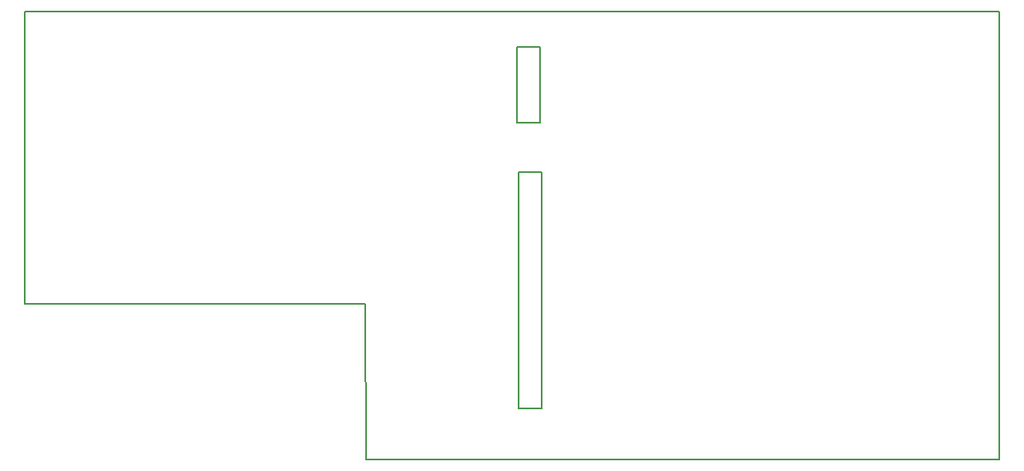
<source format=gko>
G04 DipTrace 2.4.0.2*
%INDaughter-IsolatedRS2321.1.GKO*%
%MOMM*%
%ADD11C,0.14*%
%FSLAX53Y53*%
G04*
G71*
G90*
G75*
G01*
%LNBoardOutline*%
%LPD*%
X34925Y16000D2*
D11*
X35000Y0D1*
X100000D1*
Y46000D1*
X0D1*
Y16000D1*
X34925D1*
X50488Y42391D2*
X52869D1*
Y34611D1*
X50488D1*
Y42391D1*
X50647Y29531D2*
X53028D1*
Y5239D1*
X50647D1*
Y29531D1*
M02*

</source>
